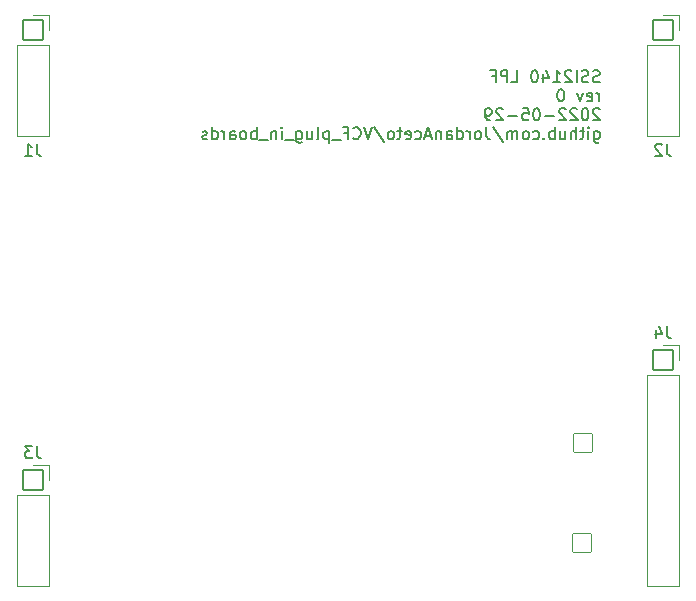
<source format=gbo>
G04 #@! TF.GenerationSoftware,KiCad,Pcbnew,6.0.5-2.fc35*
G04 #@! TF.CreationDate,2022-05-29T07:31:37-04:00*
G04 #@! TF.ProjectId,SSI2140_LPF_plug_in_board,53534932-3134-4305-9f4c-50465f706c75,0*
G04 #@! TF.SameCoordinates,Original*
G04 #@! TF.FileFunction,Legend,Bot*
G04 #@! TF.FilePolarity,Positive*
%FSLAX46Y46*%
G04 Gerber Fmt 4.6, Leading zero omitted, Abs format (unit mm)*
G04 Created by KiCad (PCBNEW 6.0.5-2.fc35) date 2022-05-29 07:31:37*
%MOMM*%
%LPD*%
G01*
G04 APERTURE LIST*
G04 Aperture macros list*
%AMRoundRect*
0 Rectangle with rounded corners*
0 $1 Rounding radius*
0 $2 $3 $4 $5 $6 $7 $8 $9 X,Y pos of 4 corners*
0 Add a 4 corners polygon primitive as box body*
4,1,4,$2,$3,$4,$5,$6,$7,$8,$9,$2,$3,0*
0 Add four circle primitives for the rounded corners*
1,1,$1+$1,$2,$3*
1,1,$1+$1,$4,$5*
1,1,$1+$1,$6,$7*
1,1,$1+$1,$8,$9*
0 Add four rect primitives between the rounded corners*
20,1,$1+$1,$2,$3,$4,$5,0*
20,1,$1+$1,$4,$5,$6,$7,0*
20,1,$1+$1,$6,$7,$8,$9,0*
20,1,$1+$1,$8,$9,$2,$3,0*%
G04 Aperture macros list end*
%ADD10C,0.150000*%
%ADD11C,0.120000*%
%ADD12C,1.702000*%
%ADD13RoundRect,0.051000X-0.800000X-0.800000X0.800000X-0.800000X0.800000X0.800000X-0.800000X0.800000X0*%
%ADD14C,1.542000*%
%ADD15RoundRect,0.051000X0.850000X0.850000X-0.850000X0.850000X-0.850000X-0.850000X0.850000X-0.850000X0*%
%ADD16O,1.802000X1.802000*%
G04 APERTURE END LIST*
D10*
X141952023Y-72919761D02*
X141809166Y-72967380D01*
X141571071Y-72967380D01*
X141475833Y-72919761D01*
X141428214Y-72872142D01*
X141380595Y-72776904D01*
X141380595Y-72681666D01*
X141428214Y-72586428D01*
X141475833Y-72538809D01*
X141571071Y-72491190D01*
X141761547Y-72443571D01*
X141856785Y-72395952D01*
X141904404Y-72348333D01*
X141952023Y-72253095D01*
X141952023Y-72157857D01*
X141904404Y-72062619D01*
X141856785Y-72015000D01*
X141761547Y-71967380D01*
X141523452Y-71967380D01*
X141380595Y-72015000D01*
X140999642Y-72919761D02*
X140856785Y-72967380D01*
X140618690Y-72967380D01*
X140523452Y-72919761D01*
X140475833Y-72872142D01*
X140428214Y-72776904D01*
X140428214Y-72681666D01*
X140475833Y-72586428D01*
X140523452Y-72538809D01*
X140618690Y-72491190D01*
X140809166Y-72443571D01*
X140904404Y-72395952D01*
X140952023Y-72348333D01*
X140999642Y-72253095D01*
X140999642Y-72157857D01*
X140952023Y-72062619D01*
X140904404Y-72015000D01*
X140809166Y-71967380D01*
X140571071Y-71967380D01*
X140428214Y-72015000D01*
X139999642Y-72967380D02*
X139999642Y-71967380D01*
X139571071Y-72062619D02*
X139523452Y-72015000D01*
X139428214Y-71967380D01*
X139190119Y-71967380D01*
X139094880Y-72015000D01*
X139047261Y-72062619D01*
X138999642Y-72157857D01*
X138999642Y-72253095D01*
X139047261Y-72395952D01*
X139618690Y-72967380D01*
X138999642Y-72967380D01*
X138047261Y-72967380D02*
X138618690Y-72967380D01*
X138332976Y-72967380D02*
X138332976Y-71967380D01*
X138428214Y-72110238D01*
X138523452Y-72205476D01*
X138618690Y-72253095D01*
X137190119Y-72300714D02*
X137190119Y-72967380D01*
X137428214Y-71919761D02*
X137666309Y-72634047D01*
X137047261Y-72634047D01*
X136475833Y-71967380D02*
X136380595Y-71967380D01*
X136285357Y-72015000D01*
X136237738Y-72062619D01*
X136190119Y-72157857D01*
X136142500Y-72348333D01*
X136142500Y-72586428D01*
X136190119Y-72776904D01*
X136237738Y-72872142D01*
X136285357Y-72919761D01*
X136380595Y-72967380D01*
X136475833Y-72967380D01*
X136571071Y-72919761D01*
X136618690Y-72872142D01*
X136666309Y-72776904D01*
X136713928Y-72586428D01*
X136713928Y-72348333D01*
X136666309Y-72157857D01*
X136618690Y-72062619D01*
X136571071Y-72015000D01*
X136475833Y-71967380D01*
X134475833Y-72967380D02*
X134952023Y-72967380D01*
X134952023Y-71967380D01*
X134142500Y-72967380D02*
X134142500Y-71967380D01*
X133761547Y-71967380D01*
X133666309Y-72015000D01*
X133618690Y-72062619D01*
X133571071Y-72157857D01*
X133571071Y-72300714D01*
X133618690Y-72395952D01*
X133666309Y-72443571D01*
X133761547Y-72491190D01*
X134142500Y-72491190D01*
X132809166Y-72443571D02*
X133142500Y-72443571D01*
X133142500Y-72967380D02*
X133142500Y-71967380D01*
X132666309Y-71967380D01*
X141904404Y-74577380D02*
X141904404Y-73910714D01*
X141904404Y-74101190D02*
X141856785Y-74005952D01*
X141809166Y-73958333D01*
X141713928Y-73910714D01*
X141618690Y-73910714D01*
X140904404Y-74529761D02*
X140999642Y-74577380D01*
X141190119Y-74577380D01*
X141285357Y-74529761D01*
X141332976Y-74434523D01*
X141332976Y-74053571D01*
X141285357Y-73958333D01*
X141190119Y-73910714D01*
X140999642Y-73910714D01*
X140904404Y-73958333D01*
X140856785Y-74053571D01*
X140856785Y-74148809D01*
X141332976Y-74244047D01*
X140523452Y-73910714D02*
X140285357Y-74577380D01*
X140047261Y-73910714D01*
X138713928Y-73577380D02*
X138618690Y-73577380D01*
X138523452Y-73625000D01*
X138475833Y-73672619D01*
X138428214Y-73767857D01*
X138380595Y-73958333D01*
X138380595Y-74196428D01*
X138428214Y-74386904D01*
X138475833Y-74482142D01*
X138523452Y-74529761D01*
X138618690Y-74577380D01*
X138713928Y-74577380D01*
X138809166Y-74529761D01*
X138856785Y-74482142D01*
X138904404Y-74386904D01*
X138952023Y-74196428D01*
X138952023Y-73958333D01*
X138904404Y-73767857D01*
X138856785Y-73672619D01*
X138809166Y-73625000D01*
X138713928Y-73577380D01*
X141952023Y-75282619D02*
X141904404Y-75235000D01*
X141809166Y-75187380D01*
X141571071Y-75187380D01*
X141475833Y-75235000D01*
X141428214Y-75282619D01*
X141380595Y-75377857D01*
X141380595Y-75473095D01*
X141428214Y-75615952D01*
X141999642Y-76187380D01*
X141380595Y-76187380D01*
X140761547Y-75187380D02*
X140666309Y-75187380D01*
X140571071Y-75235000D01*
X140523452Y-75282619D01*
X140475833Y-75377857D01*
X140428214Y-75568333D01*
X140428214Y-75806428D01*
X140475833Y-75996904D01*
X140523452Y-76092142D01*
X140571071Y-76139761D01*
X140666309Y-76187380D01*
X140761547Y-76187380D01*
X140856785Y-76139761D01*
X140904404Y-76092142D01*
X140952023Y-75996904D01*
X140999642Y-75806428D01*
X140999642Y-75568333D01*
X140952023Y-75377857D01*
X140904404Y-75282619D01*
X140856785Y-75235000D01*
X140761547Y-75187380D01*
X140047261Y-75282619D02*
X139999642Y-75235000D01*
X139904404Y-75187380D01*
X139666309Y-75187380D01*
X139571071Y-75235000D01*
X139523452Y-75282619D01*
X139475833Y-75377857D01*
X139475833Y-75473095D01*
X139523452Y-75615952D01*
X140094880Y-76187380D01*
X139475833Y-76187380D01*
X139094880Y-75282619D02*
X139047261Y-75235000D01*
X138952023Y-75187380D01*
X138713928Y-75187380D01*
X138618690Y-75235000D01*
X138571071Y-75282619D01*
X138523452Y-75377857D01*
X138523452Y-75473095D01*
X138571071Y-75615952D01*
X139142500Y-76187380D01*
X138523452Y-76187380D01*
X138094880Y-75806428D02*
X137332976Y-75806428D01*
X136666309Y-75187380D02*
X136571071Y-75187380D01*
X136475833Y-75235000D01*
X136428214Y-75282619D01*
X136380595Y-75377857D01*
X136332976Y-75568333D01*
X136332976Y-75806428D01*
X136380595Y-75996904D01*
X136428214Y-76092142D01*
X136475833Y-76139761D01*
X136571071Y-76187380D01*
X136666309Y-76187380D01*
X136761547Y-76139761D01*
X136809166Y-76092142D01*
X136856785Y-75996904D01*
X136904404Y-75806428D01*
X136904404Y-75568333D01*
X136856785Y-75377857D01*
X136809166Y-75282619D01*
X136761547Y-75235000D01*
X136666309Y-75187380D01*
X135428214Y-75187380D02*
X135904404Y-75187380D01*
X135952023Y-75663571D01*
X135904404Y-75615952D01*
X135809166Y-75568333D01*
X135571071Y-75568333D01*
X135475833Y-75615952D01*
X135428214Y-75663571D01*
X135380595Y-75758809D01*
X135380595Y-75996904D01*
X135428214Y-76092142D01*
X135475833Y-76139761D01*
X135571071Y-76187380D01*
X135809166Y-76187380D01*
X135904404Y-76139761D01*
X135952023Y-76092142D01*
X134952023Y-75806428D02*
X134190119Y-75806428D01*
X133761547Y-75282619D02*
X133713928Y-75235000D01*
X133618690Y-75187380D01*
X133380595Y-75187380D01*
X133285357Y-75235000D01*
X133237738Y-75282619D01*
X133190119Y-75377857D01*
X133190119Y-75473095D01*
X133237738Y-75615952D01*
X133809166Y-76187380D01*
X133190119Y-76187380D01*
X132713928Y-76187380D02*
X132523452Y-76187380D01*
X132428214Y-76139761D01*
X132380595Y-76092142D01*
X132285357Y-75949285D01*
X132237738Y-75758809D01*
X132237738Y-75377857D01*
X132285357Y-75282619D01*
X132332976Y-75235000D01*
X132428214Y-75187380D01*
X132618690Y-75187380D01*
X132713928Y-75235000D01*
X132761547Y-75282619D01*
X132809166Y-75377857D01*
X132809166Y-75615952D01*
X132761547Y-75711190D01*
X132713928Y-75758809D01*
X132618690Y-75806428D01*
X132428214Y-75806428D01*
X132332976Y-75758809D01*
X132285357Y-75711190D01*
X132237738Y-75615952D01*
X141475833Y-77130714D02*
X141475833Y-77940238D01*
X141523452Y-78035476D01*
X141571071Y-78083095D01*
X141666309Y-78130714D01*
X141809166Y-78130714D01*
X141904404Y-78083095D01*
X141475833Y-77749761D02*
X141571071Y-77797380D01*
X141761547Y-77797380D01*
X141856785Y-77749761D01*
X141904404Y-77702142D01*
X141952023Y-77606904D01*
X141952023Y-77321190D01*
X141904404Y-77225952D01*
X141856785Y-77178333D01*
X141761547Y-77130714D01*
X141571071Y-77130714D01*
X141475833Y-77178333D01*
X140999642Y-77797380D02*
X140999642Y-77130714D01*
X140999642Y-76797380D02*
X141047261Y-76845000D01*
X140999642Y-76892619D01*
X140952023Y-76845000D01*
X140999642Y-76797380D01*
X140999642Y-76892619D01*
X140666309Y-77130714D02*
X140285357Y-77130714D01*
X140523452Y-76797380D02*
X140523452Y-77654523D01*
X140475833Y-77749761D01*
X140380595Y-77797380D01*
X140285357Y-77797380D01*
X139952023Y-77797380D02*
X139952023Y-76797380D01*
X139523452Y-77797380D02*
X139523452Y-77273571D01*
X139571071Y-77178333D01*
X139666309Y-77130714D01*
X139809166Y-77130714D01*
X139904404Y-77178333D01*
X139952023Y-77225952D01*
X138618690Y-77130714D02*
X138618690Y-77797380D01*
X139047261Y-77130714D02*
X139047261Y-77654523D01*
X138999642Y-77749761D01*
X138904404Y-77797380D01*
X138761547Y-77797380D01*
X138666309Y-77749761D01*
X138618690Y-77702142D01*
X138142500Y-77797380D02*
X138142500Y-76797380D01*
X138142500Y-77178333D02*
X138047261Y-77130714D01*
X137856785Y-77130714D01*
X137761547Y-77178333D01*
X137713928Y-77225952D01*
X137666309Y-77321190D01*
X137666309Y-77606904D01*
X137713928Y-77702142D01*
X137761547Y-77749761D01*
X137856785Y-77797380D01*
X138047261Y-77797380D01*
X138142500Y-77749761D01*
X137237738Y-77702142D02*
X137190119Y-77749761D01*
X137237738Y-77797380D01*
X137285357Y-77749761D01*
X137237738Y-77702142D01*
X137237738Y-77797380D01*
X136332976Y-77749761D02*
X136428214Y-77797380D01*
X136618690Y-77797380D01*
X136713928Y-77749761D01*
X136761547Y-77702142D01*
X136809166Y-77606904D01*
X136809166Y-77321190D01*
X136761547Y-77225952D01*
X136713928Y-77178333D01*
X136618690Y-77130714D01*
X136428214Y-77130714D01*
X136332976Y-77178333D01*
X135761547Y-77797380D02*
X135856785Y-77749761D01*
X135904404Y-77702142D01*
X135952023Y-77606904D01*
X135952023Y-77321190D01*
X135904404Y-77225952D01*
X135856785Y-77178333D01*
X135761547Y-77130714D01*
X135618690Y-77130714D01*
X135523452Y-77178333D01*
X135475833Y-77225952D01*
X135428214Y-77321190D01*
X135428214Y-77606904D01*
X135475833Y-77702142D01*
X135523452Y-77749761D01*
X135618690Y-77797380D01*
X135761547Y-77797380D01*
X134999642Y-77797380D02*
X134999642Y-77130714D01*
X134999642Y-77225952D02*
X134952023Y-77178333D01*
X134856785Y-77130714D01*
X134713928Y-77130714D01*
X134618690Y-77178333D01*
X134571071Y-77273571D01*
X134571071Y-77797380D01*
X134571071Y-77273571D02*
X134523452Y-77178333D01*
X134428214Y-77130714D01*
X134285357Y-77130714D01*
X134190119Y-77178333D01*
X134142500Y-77273571D01*
X134142500Y-77797380D01*
X132952023Y-76749761D02*
X133809166Y-78035476D01*
X132332976Y-76797380D02*
X132332976Y-77511666D01*
X132380595Y-77654523D01*
X132475833Y-77749761D01*
X132618690Y-77797380D01*
X132713928Y-77797380D01*
X131713928Y-77797380D02*
X131809166Y-77749761D01*
X131856785Y-77702142D01*
X131904404Y-77606904D01*
X131904404Y-77321190D01*
X131856785Y-77225952D01*
X131809166Y-77178333D01*
X131713928Y-77130714D01*
X131571071Y-77130714D01*
X131475833Y-77178333D01*
X131428214Y-77225952D01*
X131380595Y-77321190D01*
X131380595Y-77606904D01*
X131428214Y-77702142D01*
X131475833Y-77749761D01*
X131571071Y-77797380D01*
X131713928Y-77797380D01*
X130952023Y-77797380D02*
X130952023Y-77130714D01*
X130952023Y-77321190D02*
X130904404Y-77225952D01*
X130856785Y-77178333D01*
X130761547Y-77130714D01*
X130666309Y-77130714D01*
X129904404Y-77797380D02*
X129904404Y-76797380D01*
X129904404Y-77749761D02*
X129999642Y-77797380D01*
X130190119Y-77797380D01*
X130285357Y-77749761D01*
X130332976Y-77702142D01*
X130380595Y-77606904D01*
X130380595Y-77321190D01*
X130332976Y-77225952D01*
X130285357Y-77178333D01*
X130190119Y-77130714D01*
X129999642Y-77130714D01*
X129904404Y-77178333D01*
X128999642Y-77797380D02*
X128999642Y-77273571D01*
X129047261Y-77178333D01*
X129142500Y-77130714D01*
X129332976Y-77130714D01*
X129428214Y-77178333D01*
X128999642Y-77749761D02*
X129094880Y-77797380D01*
X129332976Y-77797380D01*
X129428214Y-77749761D01*
X129475833Y-77654523D01*
X129475833Y-77559285D01*
X129428214Y-77464047D01*
X129332976Y-77416428D01*
X129094880Y-77416428D01*
X128999642Y-77368809D01*
X128523452Y-77130714D02*
X128523452Y-77797380D01*
X128523452Y-77225952D02*
X128475833Y-77178333D01*
X128380595Y-77130714D01*
X128237738Y-77130714D01*
X128142500Y-77178333D01*
X128094880Y-77273571D01*
X128094880Y-77797380D01*
X127666309Y-77511666D02*
X127190119Y-77511666D01*
X127761547Y-77797380D02*
X127428214Y-76797380D01*
X127094880Y-77797380D01*
X126332976Y-77749761D02*
X126428214Y-77797380D01*
X126618690Y-77797380D01*
X126713928Y-77749761D01*
X126761547Y-77702142D01*
X126809166Y-77606904D01*
X126809166Y-77321190D01*
X126761547Y-77225952D01*
X126713928Y-77178333D01*
X126618690Y-77130714D01*
X126428214Y-77130714D01*
X126332976Y-77178333D01*
X125523452Y-77749761D02*
X125618690Y-77797380D01*
X125809166Y-77797380D01*
X125904404Y-77749761D01*
X125952023Y-77654523D01*
X125952023Y-77273571D01*
X125904404Y-77178333D01*
X125809166Y-77130714D01*
X125618690Y-77130714D01*
X125523452Y-77178333D01*
X125475833Y-77273571D01*
X125475833Y-77368809D01*
X125952023Y-77464047D01*
X125190119Y-77130714D02*
X124809166Y-77130714D01*
X125047261Y-76797380D02*
X125047261Y-77654523D01*
X124999642Y-77749761D01*
X124904404Y-77797380D01*
X124809166Y-77797380D01*
X124332976Y-77797380D02*
X124428214Y-77749761D01*
X124475833Y-77702142D01*
X124523452Y-77606904D01*
X124523452Y-77321190D01*
X124475833Y-77225952D01*
X124428214Y-77178333D01*
X124332976Y-77130714D01*
X124190119Y-77130714D01*
X124094880Y-77178333D01*
X124047261Y-77225952D01*
X123999642Y-77321190D01*
X123999642Y-77606904D01*
X124047261Y-77702142D01*
X124094880Y-77749761D01*
X124190119Y-77797380D01*
X124332976Y-77797380D01*
X122856785Y-76749761D02*
X123713928Y-78035476D01*
X122666309Y-76797380D02*
X122332976Y-77797380D01*
X121999642Y-76797380D01*
X121094880Y-77702142D02*
X121142500Y-77749761D01*
X121285357Y-77797380D01*
X121380595Y-77797380D01*
X121523452Y-77749761D01*
X121618690Y-77654523D01*
X121666309Y-77559285D01*
X121713928Y-77368809D01*
X121713928Y-77225952D01*
X121666309Y-77035476D01*
X121618690Y-76940238D01*
X121523452Y-76845000D01*
X121380595Y-76797380D01*
X121285357Y-76797380D01*
X121142500Y-76845000D01*
X121094880Y-76892619D01*
X120332976Y-77273571D02*
X120666309Y-77273571D01*
X120666309Y-77797380D02*
X120666309Y-76797380D01*
X120190119Y-76797380D01*
X120047261Y-77892619D02*
X119285357Y-77892619D01*
X119047261Y-77130714D02*
X119047261Y-78130714D01*
X119047261Y-77178333D02*
X118952023Y-77130714D01*
X118761547Y-77130714D01*
X118666309Y-77178333D01*
X118618690Y-77225952D01*
X118571071Y-77321190D01*
X118571071Y-77606904D01*
X118618690Y-77702142D01*
X118666309Y-77749761D01*
X118761547Y-77797380D01*
X118952023Y-77797380D01*
X119047261Y-77749761D01*
X117999642Y-77797380D02*
X118094880Y-77749761D01*
X118142500Y-77654523D01*
X118142500Y-76797380D01*
X117190119Y-77130714D02*
X117190119Y-77797380D01*
X117618690Y-77130714D02*
X117618690Y-77654523D01*
X117571071Y-77749761D01*
X117475833Y-77797380D01*
X117332976Y-77797380D01*
X117237738Y-77749761D01*
X117190119Y-77702142D01*
X116285357Y-77130714D02*
X116285357Y-77940238D01*
X116332976Y-78035476D01*
X116380595Y-78083095D01*
X116475833Y-78130714D01*
X116618690Y-78130714D01*
X116713928Y-78083095D01*
X116285357Y-77749761D02*
X116380595Y-77797380D01*
X116571071Y-77797380D01*
X116666309Y-77749761D01*
X116713928Y-77702142D01*
X116761547Y-77606904D01*
X116761547Y-77321190D01*
X116713928Y-77225952D01*
X116666309Y-77178333D01*
X116571071Y-77130714D01*
X116380595Y-77130714D01*
X116285357Y-77178333D01*
X116047261Y-77892619D02*
X115285357Y-77892619D01*
X115047261Y-77797380D02*
X115047261Y-77130714D01*
X115047261Y-76797380D02*
X115094880Y-76845000D01*
X115047261Y-76892619D01*
X114999642Y-76845000D01*
X115047261Y-76797380D01*
X115047261Y-76892619D01*
X114571071Y-77130714D02*
X114571071Y-77797380D01*
X114571071Y-77225952D02*
X114523452Y-77178333D01*
X114428214Y-77130714D01*
X114285357Y-77130714D01*
X114190119Y-77178333D01*
X114142500Y-77273571D01*
X114142500Y-77797380D01*
X113904404Y-77892619D02*
X113142500Y-77892619D01*
X112904404Y-77797380D02*
X112904404Y-76797380D01*
X112904404Y-77178333D02*
X112809166Y-77130714D01*
X112618690Y-77130714D01*
X112523452Y-77178333D01*
X112475833Y-77225952D01*
X112428214Y-77321190D01*
X112428214Y-77606904D01*
X112475833Y-77702142D01*
X112523452Y-77749761D01*
X112618690Y-77797380D01*
X112809166Y-77797380D01*
X112904404Y-77749761D01*
X111856785Y-77797380D02*
X111952023Y-77749761D01*
X111999642Y-77702142D01*
X112047261Y-77606904D01*
X112047261Y-77321190D01*
X111999642Y-77225952D01*
X111952023Y-77178333D01*
X111856785Y-77130714D01*
X111713928Y-77130714D01*
X111618690Y-77178333D01*
X111571071Y-77225952D01*
X111523452Y-77321190D01*
X111523452Y-77606904D01*
X111571071Y-77702142D01*
X111618690Y-77749761D01*
X111713928Y-77797380D01*
X111856785Y-77797380D01*
X110666309Y-77797380D02*
X110666309Y-77273571D01*
X110713928Y-77178333D01*
X110809166Y-77130714D01*
X110999642Y-77130714D01*
X111094880Y-77178333D01*
X110666309Y-77749761D02*
X110761547Y-77797380D01*
X110999642Y-77797380D01*
X111094880Y-77749761D01*
X111142500Y-77654523D01*
X111142500Y-77559285D01*
X111094880Y-77464047D01*
X110999642Y-77416428D01*
X110761547Y-77416428D01*
X110666309Y-77368809D01*
X110190119Y-77797380D02*
X110190119Y-77130714D01*
X110190119Y-77321190D02*
X110142500Y-77225952D01*
X110094880Y-77178333D01*
X109999642Y-77130714D01*
X109904404Y-77130714D01*
X109142500Y-77797380D02*
X109142500Y-76797380D01*
X109142500Y-77749761D02*
X109237738Y-77797380D01*
X109428214Y-77797380D01*
X109523452Y-77749761D01*
X109571071Y-77702142D01*
X109618690Y-77606904D01*
X109618690Y-77321190D01*
X109571071Y-77225952D01*
X109523452Y-77178333D01*
X109428214Y-77130714D01*
X109237738Y-77130714D01*
X109142500Y-77178333D01*
X108713928Y-77749761D02*
X108618690Y-77797380D01*
X108428214Y-77797380D01*
X108332976Y-77749761D01*
X108285357Y-77654523D01*
X108285357Y-77606904D01*
X108332976Y-77511666D01*
X108428214Y-77464047D01*
X108571071Y-77464047D01*
X108666309Y-77416428D01*
X108713928Y-77321190D01*
X108713928Y-77273571D01*
X108666309Y-77178333D01*
X108571071Y-77130714D01*
X108428214Y-77130714D01*
X108332976Y-77178333D01*
X94313333Y-78192380D02*
X94313333Y-78906666D01*
X94360952Y-79049523D01*
X94456190Y-79144761D01*
X94599047Y-79192380D01*
X94694285Y-79192380D01*
X93313333Y-79192380D02*
X93884761Y-79192380D01*
X93599047Y-79192380D02*
X93599047Y-78192380D01*
X93694285Y-78335238D01*
X93789523Y-78430476D01*
X93884761Y-78478095D01*
X94313333Y-103802380D02*
X94313333Y-104516666D01*
X94360952Y-104659523D01*
X94456190Y-104754761D01*
X94599047Y-104802380D01*
X94694285Y-104802380D01*
X93932380Y-103802380D02*
X93313333Y-103802380D01*
X93646666Y-104183333D01*
X93503809Y-104183333D01*
X93408571Y-104230952D01*
X93360952Y-104278571D01*
X93313333Y-104373809D01*
X93313333Y-104611904D01*
X93360952Y-104707142D01*
X93408571Y-104754761D01*
X93503809Y-104802380D01*
X93789523Y-104802380D01*
X93884761Y-104754761D01*
X93932380Y-104707142D01*
X147653333Y-78192380D02*
X147653333Y-78906666D01*
X147700952Y-79049523D01*
X147796190Y-79144761D01*
X147939047Y-79192380D01*
X148034285Y-79192380D01*
X147224761Y-78287619D02*
X147177142Y-78240000D01*
X147081904Y-78192380D01*
X146843809Y-78192380D01*
X146748571Y-78240000D01*
X146700952Y-78287619D01*
X146653333Y-78382857D01*
X146653333Y-78478095D01*
X146700952Y-78620952D01*
X147272380Y-79192380D01*
X146653333Y-79192380D01*
X147653333Y-93642380D02*
X147653333Y-94356666D01*
X147700952Y-94499523D01*
X147796190Y-94594761D01*
X147939047Y-94642380D01*
X148034285Y-94642380D01*
X146748571Y-93975714D02*
X146748571Y-94642380D01*
X146986666Y-93594761D02*
X147224761Y-94309047D01*
X146605714Y-94309047D01*
D11*
X95310000Y-69850000D02*
X92650000Y-69850000D01*
X95310000Y-69850000D02*
X95310000Y-77530000D01*
X95310000Y-68580000D02*
X95310000Y-67250000D01*
X92650000Y-69850000D02*
X92650000Y-77530000D01*
X95310000Y-67250000D02*
X93980000Y-67250000D01*
X95310000Y-77530000D02*
X92650000Y-77530000D01*
X92650000Y-107950000D02*
X92650000Y-115630000D01*
X95310000Y-107950000D02*
X92650000Y-107950000D01*
X95310000Y-107950000D02*
X95310000Y-115630000D01*
X95310000Y-105350000D02*
X93980000Y-105350000D01*
X95310000Y-106680000D02*
X95310000Y-105350000D01*
X95310000Y-115630000D02*
X92650000Y-115630000D01*
X148650000Y-68580000D02*
X148650000Y-67250000D01*
X148650000Y-77530000D02*
X145990000Y-77530000D01*
X145990000Y-69850000D02*
X145990000Y-77530000D01*
X148650000Y-67250000D02*
X147320000Y-67250000D01*
X148650000Y-69850000D02*
X145990000Y-69850000D01*
X148650000Y-69850000D02*
X148650000Y-77530000D01*
X148650000Y-96520000D02*
X148650000Y-95190000D01*
X148650000Y-97790000D02*
X148650000Y-115630000D01*
X148650000Y-95190000D02*
X147320000Y-95190000D01*
X148650000Y-97790000D02*
X145990000Y-97790000D01*
X145990000Y-97790000D02*
X145990000Y-115630000D01*
X148650000Y-115630000D02*
X145990000Y-115630000D01*
%LPC*%
D12*
X113284000Y-88138000D03*
X108284000Y-88138000D03*
X113284000Y-70104000D03*
X108284000Y-70104000D03*
D13*
X140549621Y-103505000D03*
D12*
X143049621Y-103505000D03*
D14*
X99060000Y-106680000D03*
X99060000Y-109220000D03*
X99060000Y-111760000D03*
X111760000Y-106680000D03*
X111760000Y-109220000D03*
X111760000Y-111760000D03*
D12*
X126786000Y-70104000D03*
X131786000Y-70104000D03*
D13*
X140502000Y-112014000D03*
D12*
X143002000Y-112014000D03*
X126786000Y-88138000D03*
X131786000Y-88138000D03*
D14*
X105410000Y-106680000D03*
X105410000Y-109220000D03*
X105410000Y-111760000D03*
D15*
X93980000Y-68580000D03*
D16*
X93980000Y-71120000D03*
X93980000Y-73660000D03*
X93980000Y-76200000D03*
D15*
X93980000Y-106680000D03*
D16*
X93980000Y-109220000D03*
X93980000Y-111760000D03*
X93980000Y-114300000D03*
D15*
X147320000Y-68580000D03*
D16*
X147320000Y-71120000D03*
X147320000Y-73660000D03*
X147320000Y-76200000D03*
D15*
X147320000Y-96520000D03*
D16*
X147320000Y-99060000D03*
X147320000Y-101600000D03*
X147320000Y-104140000D03*
X147320000Y-106680000D03*
X147320000Y-109220000D03*
X147320000Y-111760000D03*
X147320000Y-114300000D03*
M02*

</source>
